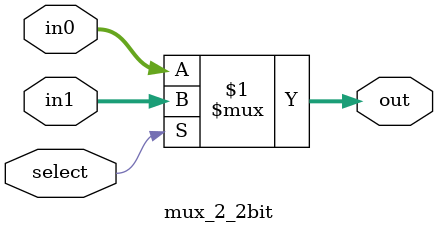
<source format=v>
module mux_2_2bit(select,in0,in1,out);
	input select;
	input [1:0] in0, in1;
	output[1:0] out;
	assign out= select ? in1 : in0;
endmodule


</source>
